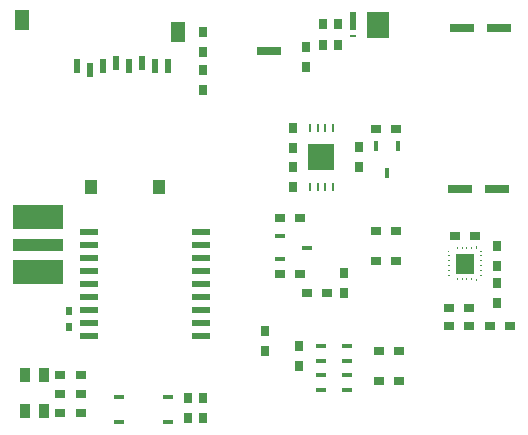
<source format=gbr>
G04 DipTrace 2.4.0.2*
%INTopPaste.gbr*%
%MOIN*%
%ADD60R,0.0177X0.0335*%
%ADD62R,0.0906X0.0906*%
%ADD64R,0.0079X0.0315*%
%ADD66R,0.063X0.0236*%
%ADD68R,0.0591X0.0669*%
%ADD70R,0.0079X0.002*%
%ADD72R,0.002X0.0079*%
%ADD74R,0.0354X0.0157*%
%ADD76R,0.0472X0.0669*%
%ADD78R,0.0433X0.0472*%
%ADD80R,0.0236X0.0512*%
%ADD86R,0.0335X0.0177*%
%ADD88R,0.0197X0.0276*%
%ADD90R,0.0768X0.0854*%
%ADD92R,0.0197X0.0087*%
%ADD94R,0.0197X0.0598*%
%ADD96R,0.051X0.0039*%
%ADD98R,0.0059X0.0039*%
%ADD100R,0.0787X0.0295*%
%ADD104R,0.0354X0.0472*%
%ADD106R,0.1693X0.0421*%
%ADD108R,0.1693X0.0844*%
%ADD116R,0.0354X0.0315*%
%ADD118R,0.0315X0.0354*%
%FSLAX44Y44*%
G04*
G70*
G90*
G75*
G01*
%LNTopPaste*%
%LPD*%
D118*
X16377Y5563D3*
Y6232D3*
D116*
X15625Y6563D3*
X14956D3*
D118*
X16377Y5001D3*
Y4331D3*
X9751Y2250D3*
Y2919D3*
D116*
X15437Y3563D3*
X14768D3*
X16812D3*
X16143D3*
X12438Y2750D3*
X13107D3*
X12438Y1750D3*
X13107D3*
X9813Y5313D3*
X9143D3*
D118*
X9564Y9501D3*
Y10170D3*
Y8876D3*
Y8207D3*
X10562Y13625D3*
Y12956D3*
D116*
X12314Y10126D3*
X12983D3*
D118*
X11751Y8876D3*
Y9545D3*
D116*
X14752Y4188D3*
X15421D3*
X9125Y7188D3*
X9794D3*
D118*
X10001Y12876D3*
Y12207D3*
D108*
X1063Y5359D3*
D106*
Y6281D3*
D108*
Y7203D3*
D104*
X1250Y750D3*
Y1931D3*
X620D3*
Y750D3*
D118*
X6062Y500D3*
Y1169D3*
D100*
X15125Y8125D3*
D98*
X14761Y7741D3*
D96*
X15264D3*
D100*
X8750Y12750D3*
D98*
X8386Y12366D3*
D96*
X8889D3*
D100*
X16375Y8125D3*
D98*
X16011Y7741D3*
D96*
X16514D3*
D100*
X16438Y13500D3*
D98*
X16802Y13884D3*
D96*
X16299D3*
D100*
X15188Y13500D3*
D98*
X15552Y13884D3*
D96*
X15049D3*
D94*
X11563Y13750D3*
D92*
Y13238D3*
D90*
X12399Y13622D3*
D118*
X11251Y4688D3*
Y5357D3*
X6563Y13376D3*
Y12707D3*
Y11439D3*
Y12108D3*
X11063Y13625D3*
Y12956D3*
D116*
X13000Y6750D3*
X12331D3*
X13000Y5750D3*
X12331D3*
X1812Y1937D3*
X2482D3*
X1812Y687D3*
X2482D3*
X1812Y1313D3*
X2482D3*
X10689Y4688D3*
X10019D3*
D118*
X8626Y2750D3*
Y3420D3*
D88*
X2094Y4062D3*
Y3551D3*
D118*
X6563Y500D3*
Y1169D3*
D86*
X3750Y375D3*
X5384Y1221D3*
X3750D3*
X5384Y375D3*
D80*
X2375Y12250D3*
X2808Y12093D3*
X3241Y12250D3*
X3674Y12329D3*
X4107Y12250D3*
X4540Y12329D3*
X4973Y12250D3*
X5406D3*
D78*
X5090Y8195D3*
X2844D3*
D76*
X540Y13766D3*
X5718Y13372D3*
D86*
X9125Y6562D3*
Y5814D3*
X10031Y6188D3*
D74*
X10501Y1438D3*
Y1930D3*
Y2422D3*
Y2914D3*
X11367Y1438D3*
Y1930D3*
Y2422D3*
Y2914D3*
G36*
X15697Y5086D2*
Y5143D1*
X15676Y5164D1*
X15678D1*
Y5086D1*
X15697D1*
G37*
D72*
X15530Y5125D3*
X15373D3*
X15215D3*
X15058D3*
G36*
X14890Y5086D2*
Y5143D1*
X14912Y5164D1*
X14910D1*
Y5086D1*
X14890D1*
G37*
G36*
X14723Y5253D2*
X14780D1*
X14802Y5275D1*
Y5273D1*
X14723D1*
Y5253D1*
G37*
D70*
X14762Y5420D3*
Y5578D3*
Y5735D3*
Y5893D3*
D68*
X15294Y5656D3*
G36*
X14890Y6227D2*
Y6170D1*
X14912Y6149D1*
X14910D1*
Y6227D1*
X14890D1*
G37*
D72*
X15058Y6188D3*
X15215D3*
X15373D3*
X15530D3*
G36*
X15697Y6227D2*
Y6170D1*
X15676Y6149D1*
X15678D1*
Y6227D1*
X15697D1*
G37*
G36*
X15865Y6060D2*
X15808D1*
X15786Y6038D1*
Y6040D1*
X15865D1*
Y6060D1*
G37*
D70*
X15825Y5893D3*
Y5735D3*
Y5578D3*
Y5420D3*
G36*
X15865Y5253D2*
X15808D1*
X15786Y5275D1*
Y5273D1*
X15865D1*
Y5253D1*
G37*
G36*
X14723Y6060D2*
X14780D1*
X14802Y6038D1*
Y6040D1*
X14723D1*
Y6060D1*
G37*
D66*
X2750Y3250D3*
Y3683D3*
Y4116D3*
Y4549D3*
Y4982D3*
Y5415D3*
Y5848D3*
Y6281D3*
Y6715D3*
X6490Y3250D3*
Y3683D3*
Y4116D3*
Y4549D3*
Y4982D3*
Y5415D3*
Y5848D3*
Y6281D3*
Y6715D3*
D64*
X10126Y8221D3*
X10382D3*
X10638D3*
X10894D3*
Y10189D3*
X10638D3*
X10382D3*
X10126D3*
D62*
X10510Y9205D3*
D60*
X13064Y9564D3*
X12316D3*
X12690Y8658D3*
M02*

</source>
